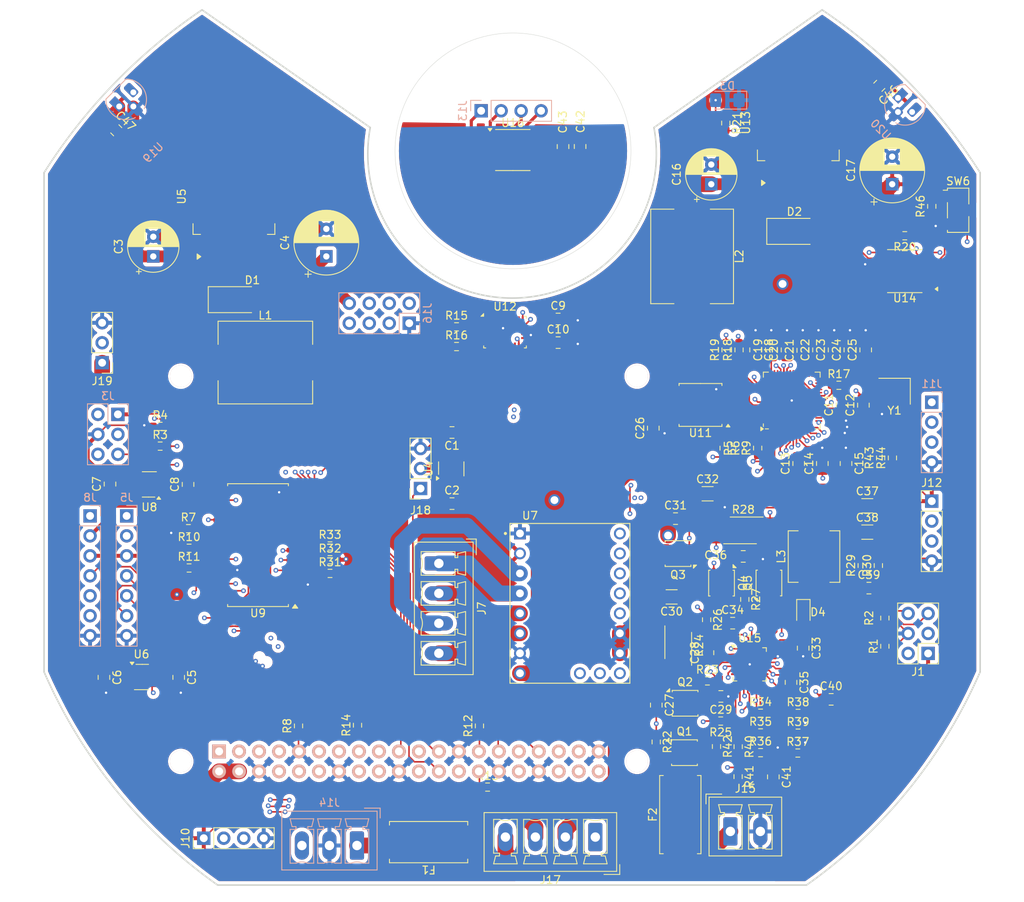
<source format=kicad_pcb>
(kicad_pcb
	(version 20240108)
	(generator "pcbnew")
	(generator_version "8.0")
	(general
		(thickness 1.6)
		(legacy_teardrops no)
	)
	(paper "A4")
	(layers
		(0 "F.Cu" signal)
		(1 "In1.Cu" signal)
		(2 "In2.Cu" signal)
		(31 "B.Cu" signal)
		(32 "B.Adhes" user "B.Adhesive")
		(33 "F.Adhes" user "F.Adhesive")
		(34 "B.Paste" user)
		(35 "F.Paste" user)
		(36 "B.SilkS" user "B.Silkscreen")
		(37 "F.SilkS" user "F.Silkscreen")
		(38 "B.Mask" user)
		(39 "F.Mask" user)
		(40 "Dwgs.User" user "User.Drawings")
		(41 "Cmts.User" user "User.Comments")
		(42 "Eco1.User" user "User.Eco1")
		(43 "Eco2.User" user "User.Eco2")
		(44 "Edge.Cuts" user)
		(45 "Margin" user)
		(46 "B.CrtYd" user "B.Courtyard")
		(47 "F.CrtYd" user "F.Courtyard")
		(48 "B.Fab" user)
		(49 "F.Fab" user)
		(50 "User.1" user)
		(51 "User.2" user)
		(52 "User.3" user)
		(53 "User.4" user)
		(54 "User.5" user)
		(55 "User.6" user)
		(56 "User.7" user)
		(57 "User.8" user)
		(58 "User.9" user)
	)
	(setup
		(stackup
			(layer "F.SilkS"
				(type "Top Silk Screen")
			)
			(layer "F.Paste"
				(type "Top Solder Paste")
			)
			(layer "F.Mask"
				(type "Top Solder Mask")
				(thickness 0.01)
			)
			(layer "F.Cu"
				(type "copper")
				(thickness 0.035)
			)
			(layer "dielectric 1"
				(type "prepreg")
				(thickness 0.1)
				(material "FR4")
				(epsilon_r 4.5)
				(loss_tangent 0.02)
			)
			(layer "In1.Cu"
				(type "copper")
				(thickness 0.035)
			)
			(layer "dielectric 2"
				(type "core")
				(thickness 1.24)
				(material "FR4")
				(epsilon_r 4.5)
				(loss_tangent 0.02)
			)
			(layer "In2.Cu"
				(type "copper")
				(thickness 0.035)
			)
			(layer "dielectric 3"
				(type "prepreg")
				(thickness 0.1)
				(material "FR4")
				(epsilon_r 4.5)
				(loss_tangent 0.02)
			)
			(layer "B.Cu"
				(type "copper")
				(thickness 0.035)
			)
			(layer "B.Mask"
				(type "Bottom Solder Mask")
				(thickness 0.01)
			)
			(layer "B.Paste"
				(type "Bottom Solder Paste")
			)
			(layer "B.SilkS"
				(type "Bottom Silk Screen")
			)
			(copper_finish "None")
			(dielectric_constraints no)
		)
		(pad_to_mask_clearance 0)
		(allow_soldermask_bridges_in_footprints no)
		(pcbplotparams
			(layerselection 0x00010fc_ffffffff)
			(plot_on_all_layers_selection 0x0000000_00000000)
			(disableapertmacros no)
			(usegerberextensions no)
			(usegerberattributes yes)
			(usegerberadvancedattributes yes)
			(creategerberjobfile yes)
			(dashed_line_dash_ratio 12.000000)
			(dashed_line_gap_ratio 3.000000)
			(svgprecision 4)
			(plotframeref no)
			(viasonmask no)
			(mode 1)
			(useauxorigin no)
			(hpglpennumber 1)
			(hpglpenspeed 20)
			(hpglpendiameter 15.000000)
			(pdf_front_fp_property_popups yes)
			(pdf_back_fp_property_popups yes)
			(dxfpolygonmode yes)
			(dxfimperialunits yes)
			(dxfusepcbnewfont yes)
			(psnegative no)
			(psa4output no)
			(plotreference yes)
			(plotvalue yes)
			(plotfptext yes)
			(plotinvisibletext no)
			(sketchpadsonfab no)
			(subtractmaskfromsilk no)
			(outputformat 1)
			(mirror no)
			(drillshape 1)
			(scaleselection 1)
			(outputdirectory "")
		)
	)
	(net 0 "")
	(net 1 "+5V")
	(net 2 "-BATT")
	(net 3 "VBUS")
	(net 4 "Net-(J5-Pin_2)")
	(net 5 "Net-(J8-Pin_2)")
	(net 6 "Net-(U12-CAP)")
	(net 7 "+3.3V")
	(net 8 "Net-(C11-Pad2)")
	(net 9 "Net-(U10-XIN)")
	(net 10 "Net-(U10-VREG_VOUT)")
	(net 11 "Net-(D1-K)")
	(net 12 "Net-(D2-K)")
	(net 13 "Bumper-F-R")
	(net 14 "US-Dist-Echo-Front")
	(net 15 "US-Dist-Trig-Front")
	(net 16 "Bumper-F-L")
	(net 17 "Bumper-B-R")
	(net 18 "US-Dist-Echo-Back")
	(net 19 "US-Dist-Trig-Back")
	(net 20 "Bumper-B-L")
	(net 21 "BottleDoor-UserButton-1")
	(net 22 "BottleDoor-Contact-1")
	(net 23 "BottleDoor-User-LED-1")
	(net 24 "BottleDoor-ServoPWM-1")
	(net 25 "Net-(J7-Pin_3)")
	(net 26 "Net-(J7-Pin_4)")
	(net 27 "Net-(J7-Pin_2)")
	(net 28 "Net-(J7-Pin_1)")
	(net 29 "BottleDoor-UserButton-2")
	(net 30 "BottleDoor-Contact-2")
	(net 31 "BottleDoor-User-LED-2")
	(net 32 "BottleDoor-ServoPWM-2")
	(net 33 "Net-(Q1-G)")
	(net 34 "Net-(Q2-D)")
	(net 35 "Net-(U15-ACN)")
	(net 36 "ChargeArm-PowerSwitch")
	(net 37 "unconnected-(U4-~{FLG}-Pad3)")
	(net 38 "BottleDoor-PowerSwitch-1")
	(net 39 "unconnected-(U6-~{FLG}-Pad3)")
	(net 40 "BottleDoor-PowerSwitch-2")
	(net 41 "unconnected-(U8-~{FLG}-Pad3)")
	(net 42 "unconnected-(U9-IO0_3-Pad7)")
	(net 43 "I2C-SCL")
	(net 44 "unconnected-(U9-IO1_0-Pad13)")
	(net 45 "Net-(U15-ACP)")
	(net 46 "Net-(C27-Pad1)")
	(net 47 "Net-(C34-Pad2)")
	(net 48 "Net-(U15-VFB)")
	(net 49 "Net-(U15-VCC)")
	(net 50 "I2C-SDA")
	(net 51 "unconnected-(U10-GPIO22-Pad34)")
	(net 52 "Net-(U10-XOUT)")
	(net 53 "unconnected-(U10-GPIO18-Pad29)")
	(net 54 "unconnected-(U10-GPIO28_ADC2-Pad40)")
	(net 55 "Motor-SpreadChop")
	(net 56 "Net-(Q3-G)")
	(net 57 "TrackMagnetDetect1")
	(net 58 "Net-(U10-QSPI_SS)")
	(net 59 "TrackMagnetDetect2")
	(net 60 "Motor-EN")
	(net 61 "Net-(U10-USB_DM)")
	(net 62 "Net-(D4-A)")
	(net 63 "Motor-DIAG")
	(net 64 "unconnected-(U10-GPIO13-Pad16)")
	(net 65 "unconnected-(U10-GPIO17-Pad28)")
	(net 66 "unconnected-(U10-GPIO20-Pad31)")
	(net 67 "Net-(U10-QSPI_SD0)")
	(net 68 "unconnected-(U10-GPIO23-Pad35)")
	(net 69 "MotionC-RST")
	(net 70 "Net-(U10-QSPI_SD2)")
	(net 71 "Motor-1Wire-UART")
	(net 72 "unconnected-(U10-GPIO24-Pad36)")
	(net 73 "Net-(U10-QSPI_SD3)")
	(net 74 "Net-(U10-GPIO0)")
	(net 75 "Net-(U10-QSPI_SD1)")
	(net 76 "unconnected-(U10-GPIO19-Pad30)")
	(net 77 "Net-(U10-QSPI_SCLK)")
	(net 78 "Motor-Dir")
	(net 79 "Motor-IDX")
	(net 80 "Net-(U10-USB_DP)")
	(net 81 "unconnected-(U10-GPIO21-Pad32)")
	(net 82 "unconnected-(U10-SWCLK-Pad24)")
	(net 83 "Net-(D4-K)")
	(net 84 "unconnected-(U10-GPIO16-Pad27)")
	(net 85 "unconnected-(U10-SWD-Pad25)")
	(net 86 "Motor-Step")
	(net 87 "unconnected-(U10-GPIO29_ADC3-Pad41)")
	(net 88 "DrivePermission")
	(net 89 "Net-(J16-Pin_6)")
	(net 90 "unconnected-(U12-PIN15-Pad15)")
	(net 91 "unconnected-(U12-PIN22-Pad22)")
	(net 92 "unconnected-(U12-PIN24-Pad24)")
	(net 93 "unconnected-(U12-BL_IND-Pad10)")
	(net 94 "unconnected-(U12-XIN32-Pad27)")
	(net 95 "Net-(J16-Pin_5)")
	(net 96 "unconnected-(U12-PIN23-Pad23)")
	(net 97 "Net-(J16-Pin_4)")
	(net 98 "unconnected-(U12-PIN12-Pad12)")
	(net 99 "unconnected-(U12-PIN7-Pad7)")
	(net 100 "unconnected-(U12-PIN1-Pad1)")
	(net 101 "unconnected-(U12-PIN13-Pad13)")
	(net 102 "IMU-INT")
	(net 103 "unconnected-(U12-PIN21-Pad21)")
	(net 104 "unconnected-(U12-PIN8-Pad8)")
	(net 105 "unconnected-(U12-XOUT32-Pad26)")
	(net 106 "unconnected-(U12-PIN16-Pad16)")
	(net 107 "Net-(U15-SRN)")
	(net 108 "PowerMonAlert")
	(net 109 "Net-(U15-SRP)")
	(net 110 "unconnected-(U14-NC-Pad13)")
	(net 111 "Net-(J16-Pin_2)")
	(net 112 "Net-(U15-TTC)")
	(net 113 "VCC")
	(net 114 "Net-(D3-A)")
	(net 115 "Net-(J16-Pin_3)")
	(net 116 "LED-Databus")
	(net 117 "Net-(Q4-D)")
	(net 118 "Net-(U1-GPCLK2{slash}GPIO06)")
	(net 119 "USB_D-")
	(net 120 "USB_D+")
	(net 121 "unconnected-(J11-Pin_1-Pad1)")
	(net 122 "Net-(L3-Pad2)")
	(net 123 "+VDC")
	(net 124 "IMU-BOOTLOAD")
	(net 125 "Net-(Q4-G)")
	(net 126 "Net-(Q5-G)")
	(net 127 "MotionC-BootOpt")
	(net 128 "Net-(U10-GPIO25)")
	(net 129 "Net-(U15-~{ACDRV})")
	(net 130 "Net-(U15-~{BATDRV})")
	(net 131 "ChargerStat1")
	(net 132 "ChargerStat2")
	(net 133 "ChargerStatPG")
	(net 134 "Net-(U15-ISET2)")
	(net 135 "Net-(U15-ISET1)")
	(net 136 "Net-(U15-ACSET)")
	(net 137 "+BATT")
	(net 138 "Net-(U15-TS)")
	(net 139 "I2C-SDA-MC")
	(net 140 "I2C-SCL-MC")
	(net 141 "Net-(SW6-A)")
	(net 142 "Net-(J17-Pin_1)")
	(net 143 "unconnected-(U1-SDA_I2C1{slash}GPIO02-Pad3)")
	(net 144 "unconnected-(U1-3V3-Pad1)")
	(net 145 "unconnected-(U1-~{CE1}_SPI0{slash}GPIO07-Pad26)")
	(net 146 "Net-(SW6-B)")
	(net 147 "unconnected-(U1-SCL_I2C1{slash}GPIO03-Pad5)")
	(net 148 "unconnected-(U1-GPIO15{slash}UART_RXD-Pad10)")
	(net 149 "ChargeArm-ServoPWM")
	(net 150 "IMU-RESET")
	(net 151 "unconnected-(U1-MISO_SPI0{slash}GPIO09-Pad21)")
	(net 152 "unconnected-(U1-3V3-Pad1)_1")
	(net 153 "unconnected-(U7-PDN-Pad11)")
	(net 154 "unconnected-(U1-GPIO16{slash}SPI1_~{CE2}-Pad36)")
	(net 155 "Net-(J17-Pin_2)")
	(net 156 "Net-(Q1-D)")
	(net 157 "Net-(J14-Pin_3)")
	(net 158 "unconnected-(J16-Pin_7-Pad7)")
	(net 159 "Net-(J17-Pin_3)")
	(net 160 "Net-(J17-Pin_4)")
	(net 161 "Net-(J18-Pin_2)")
	(net 162 "Net-(J13-Pin_4)")
	(net 163 "Net-(J13-Pin_3)")
	(net 164 "Net-(J13-Pin_2)")
	(net 165 "unconnected-(U16-TEST-Pad10)")
	(net 166 "unconnected-(U16-PWM-Pad14)")
	(net 167 "unconnected-(U16-A2-Pad3)")
	(net 168 "unconnected-(U16-TEST-Pad7)")
	(net 169 "unconnected-(U16-TEST-Pad8)")
	(net 170 "unconnected-(U16-TEST-Pad5)")
	(net 171 "unconnected-(U16-TEST-Pad6)")
	(net 172 "unconnected-(U16-TEST-Pad9)")
	(net 173 "unconnected-(U16-A1-Pad4)")
	(footprint "Package_TO_SOT_SMD:SOT-23-5_HandSoldering" (layer "F.Cu") (at 111 89 180))
	(footprint "Capacitor_SMD:C_0805_2012Metric" (layer "F.Cu") (at 105.229657 113.544657 -90))
	(footprint "Capacitor_SMD:C_0805_2012Metric" (layer "F.Cu") (at 165.76 46.02 90))
	(footprint "Resistor_SMD:R_0603_1608Metric_Pad0.98x0.95mm_HandSolder" (layer "F.Cu") (at 112.377843 81.619657))
	(footprint "Capacitor_SMD:C_0805_2012Metric" (layer "F.Cu") (at 163.59 46.03 90))
	(footprint "Capacitor_SMD:C_0805_2012Metric" (layer "F.Cu") (at 199.565343 86.342157 -90))
	(footprint "Inductor_SMD:L_Sunlord_MWSA1005S" (layer "F.Cu") (at 180 60 -90))
	(footprint "Diode_SMD:D_SMA" (layer "F.Cu") (at 193 56.815))
	(footprint "Package_SO:SOIC-8_5.23x5.23mm_P1.27mm" (layer "F.Cu") (at 181.065343 78.892157 180))
	(footprint "Capacitor_THT:CP_Radial_D6.3mm_P2.50mm" (layer "F.Cu") (at 111.5 60 90))
	(footprint "Connector_Phoenix_MC:PhoenixContact_MCV_1,5_4-G-3.81_1x04_P3.81mm_Vertical" (layer "F.Cu") (at 147.805343 99.049657 -90))
	(footprint "Resistor_SMD:R_0603_1608Metric_Pad0.98x0.95mm_HandSolder" (layer "F.Cu") (at 116.052843 99.629657))
	(footprint "Capacitor_SMD:C_1206_3216Metric_Pad1.33x1.80mm_HandSolder" (layer "F.Cu") (at 177.395343 103.309657 180))
	(footprint "Package_TO_SOT_SMD:SOT-23-5_HandSoldering" (layer "F.Cu") (at 110 113.5))
	(footprint "Capacitor_SMD:C_0805_2012Metric" (layer "F.Cu") (at 162.965343 67.957157))
	(footprint "Resistor_SMD:R_0603_1608Metric_Pad0.98x0.95mm_HandSolder" (layer "F.Cu") (at 185.855343 122.359657 -90))
	(footprint "Resistor_SMD:R_0603_1608Metric_Pad0.98x0.95mm_HandSolder" (layer "F.Cu") (at 150.052843 68.957157))
	(footprint "Capacitor_SMD:C_0805_2012Metric" (layer "F.Cu") (at 183.655343 115.969657 180))
	(footprint "Package_SO:Vishay_PowerPAK_1212-8_Single" (layer "F.Cu") (at 183.739093 101.554657 -90))
	(footprint "Capacitor_SMD:C_0805_2012Metric" (layer "F.Cu") (at 162.965343 70.967157))
	(footprint "Package_DFN_QFN:VQFN-24-1EP_4x4mm_P0.5mm_EP2.45x2.45mm" (layer "F.Cu") (at 187.325343 111.887157))
	(footprint "Capacitor_SMD:C_0805_2012Metric" (layer "F.Cu") (at 106 88.955343 90))
	(footprint "Inductor_SMD:L_Sunlord_MWSA1005S" (layer "F.Cu") (at 125.75 73.5))
	(footprint "Capacitor_SMD:C_0805_2012Metric" (layer "F.Cu") (at 106.793592 43.957906 -45))
	(footprint "Package_TO_SOT_SMD:TO-263-5_TabPin3" (layer "F.Cu") (at 193.5 43 90))
	(footprint "Capacitor_SMD:C_0805_2012Metric" (layer "F.Cu") (at 192.065343 71.892158 90))
	(footprint "Capacitor_SMD:C_0805_2012Metric" (layer "F.Cu") (at 190.065343 71.892158 90))
	(footprint "Package_TO_SOT_SMD:TO-263-5_TabPin3" (layer "F.Cu") (at 121.755 52.375 90))
	(footprint "Package_SO:TSSOP-14_4.4x5mm_P0.65mm"
		(layer "F.Cu")
		(uuid "36985984-e495-47b4-86db-78e7b69ec84b")
		(at 157.2075 46.47)
		(descr "TSSOP, 14 Pin (JEDEC MO-153 Var AB-1 https://www.jedec.org/document_search?search_api_views_fulltext=MO-153), generated with kicad-footprint-generator ipc_gullwing_generator.py")
		(tags "TSSOP SO")
		(property "Reference" "U16"
			(at 0 -3.45 0)
			(layer "F.SilkS")
			(uuid "27e975c2-0230-49b8-9ab3-360a432fca5b")
			(effects
				(font
					(size 1 1)
					(thickness 0.15)
				)
			)
		)
		(property "Value" "AS5048B"
			(at 0 3.45 0)
			(layer "F.Fab")
			(uuid "d1f09ffa-ea10-4dad-9cb8-1f98fd9cdd7e")
			(effects
				(font
					(size 1 1)
					(thickness 0.15)
				)
			)
		)
		(property "Footprint" "Package_SO:TSSOP-14_4.4x5mm_P0.65mm"
			(at 0 0 0)
			(layer "F.Fab")
			(hide yes)
			(uuid "0765c248-2732-4adf-8975-4dcbeafa56c6")
			(effects
				(font
					(size 1.27 1.27)
	
... [1861262 chars truncated]
</source>
